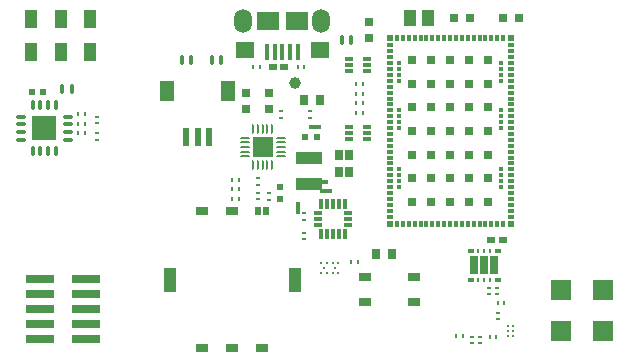
<source format=gtp>
G04*
G04 #@! TF.GenerationSoftware,Altium Limited,Altium Designer,20.0.9 (164)*
G04*
G04 Layer_Color=8421504*
%FSLAX24Y24*%
%MOIN*%
G70*
G01*
G75*
%ADD24O,0.0591X0.0787*%
%ADD25R,0.0293X0.0610*%
%ADD26R,0.0264X0.0610*%
%ADD27R,0.0669X0.0669*%
%ADD28C,0.0098*%
%ADD29R,0.0394X0.0276*%
%ADD30R,0.0394X0.0787*%
%ADD31R,0.0197X0.0276*%
%ADD32R,0.0236X0.0610*%
%ADD33R,0.0472X0.0709*%
%ADD34R,0.0413X0.0256*%
%ADD35R,0.0630X0.0551*%
%ADD36R,0.0748X0.0610*%
%ADD37R,0.0157X0.0531*%
%ADD38R,0.0106X0.0118*%
%ADD39R,0.0118X0.0106*%
%ADD40C,0.0394*%
%ADD41R,0.0866X0.0394*%
%ADD42R,0.0197X0.0118*%
%ADD43R,0.0945X0.0299*%
%ADD44R,0.0203X0.0167*%
%ADD45R,0.0108X0.0167*%
%ADD46O,0.0118X0.0394*%
%ADD47O,0.0394X0.0118*%
%ADD48R,0.0819X0.0819*%
%ADD49R,0.0650X0.0650*%
G04:AMPARAMS|DCode=50|XSize=7.9mil|YSize=33.5mil|CornerRadius=2mil|HoleSize=0mil|Usage=FLASHONLY|Rotation=0.000|XOffset=0mil|YOffset=0mil|HoleType=Round|Shape=RoundedRectangle|*
%AMROUNDEDRECTD50*
21,1,0.0079,0.0295,0,0,0.0*
21,1,0.0039,0.0335,0,0,0.0*
1,1,0.0039,0.0020,-0.0148*
1,1,0.0039,-0.0020,-0.0148*
1,1,0.0039,-0.0020,0.0148*
1,1,0.0039,0.0020,0.0148*
%
%ADD50ROUNDEDRECTD50*%
G04:AMPARAMS|DCode=51|XSize=7.9mil|YSize=33.5mil|CornerRadius=2mil|HoleSize=0mil|Usage=FLASHONLY|Rotation=90.000|XOffset=0mil|YOffset=0mil|HoleType=Round|Shape=RoundedRectangle|*
%AMROUNDEDRECTD51*
21,1,0.0079,0.0295,0,0,90.0*
21,1,0.0039,0.0335,0,0,90.0*
1,1,0.0039,0.0148,0.0020*
1,1,0.0039,0.0148,-0.0020*
1,1,0.0039,-0.0148,-0.0020*
1,1,0.0039,-0.0148,0.0020*
%
%ADD51ROUNDEDRECTD51*%
%ADD52R,0.0300X0.0320*%
%ADD53R,0.0256X0.0335*%
%ADD54R,0.0256X0.0138*%
%ADD55R,0.0118X0.0197*%
%ADD56R,0.0213X0.0118*%
%ADD57R,0.0118X0.0364*%
%ADD58R,0.0315X0.0118*%
%ADD59R,0.0236X0.0197*%
%ADD60R,0.0315X0.0295*%
%ADD61R,0.0197X0.0236*%
%ADD62R,0.0394X0.0630*%
%ADD63R,0.0256X0.0197*%
%ADD64R,0.0295X0.0315*%
%ADD65R,0.0433X0.0551*%
%ADD66R,0.0098X0.0098*%
%ADD67R,0.0315X0.0315*%
%ADD68R,0.0213X0.0213*%
%ADD69R,0.0118X0.0213*%
%ADD70R,0.0118X0.0118*%
D24*
X3150Y11240D02*
D03*
X5748D02*
D03*
D25*
X10829Y3076D02*
D03*
X11515Y3076D02*
D03*
D26*
X11171Y3076D02*
D03*
D27*
X15128Y2264D02*
D03*
X13750D02*
D03*
Y886D02*
D03*
X15128D02*
D03*
D28*
X6319Y2831D02*
D03*
X6122D02*
D03*
X5925D02*
D03*
X5728D02*
D03*
X6220Y3002D02*
D03*
X5827D02*
D03*
X6319Y3173D02*
D03*
X6122D02*
D03*
X5925D02*
D03*
X5728D02*
D03*
D29*
X3776Y317D02*
D03*
X2776D02*
D03*
X1776D02*
D03*
X2776Y4880D02*
D03*
X1776D02*
D03*
D30*
X4862Y2598D02*
D03*
X689D02*
D03*
D31*
X3638Y4880D02*
D03*
X3913D02*
D03*
D32*
X1230Y7362D02*
D03*
X2018D02*
D03*
X1624D02*
D03*
D33*
X2648Y8888D02*
D03*
X600D02*
D03*
D34*
X8848Y1860D02*
D03*
X7215D02*
D03*
X8848Y2707D02*
D03*
X7215D02*
D03*
D35*
X5709Y10275D02*
D03*
X3189D02*
D03*
D36*
X3977Y11240D02*
D03*
X4922D02*
D03*
D37*
X3937Y10187D02*
D03*
X4193D02*
D03*
X4961D02*
D03*
X4705D02*
D03*
X4449D02*
D03*
D38*
X11586Y709D02*
D03*
X11362D02*
D03*
X10232Y728D02*
D03*
X10457D02*
D03*
X11625Y1816D02*
D03*
X11849D02*
D03*
X7128Y9114D02*
D03*
X6903D02*
D03*
X7128Y8166D02*
D03*
X6903D02*
D03*
X7128Y8482D02*
D03*
X6903D02*
D03*
X7128Y8798D02*
D03*
X6903D02*
D03*
X3006Y5285D02*
D03*
X2782D02*
D03*
X3006Y5610D02*
D03*
X2781D02*
D03*
X-2124Y8126D02*
D03*
X-2348D02*
D03*
X-2348Y7806D02*
D03*
Y7491D02*
D03*
X-2124D02*
D03*
X-2124Y7806D02*
D03*
X4957Y9685D02*
D03*
X5181D02*
D03*
X3695D02*
D03*
X3470D02*
D03*
X6752Y3189D02*
D03*
X6976D02*
D03*
X3006Y5926D02*
D03*
X2782D02*
D03*
D39*
X11054Y709D02*
D03*
Y484D02*
D03*
X10758D02*
D03*
Y709D02*
D03*
X11619Y2117D02*
D03*
Y2342D02*
D03*
X11624Y1506D02*
D03*
Y1282D02*
D03*
X11323Y2117D02*
D03*
Y2342D02*
D03*
X5157Y3943D02*
D03*
Y4167D02*
D03*
Y4605D02*
D03*
Y4830D02*
D03*
X5384Y8213D02*
D03*
Y7988D02*
D03*
X3993Y5491D02*
D03*
Y5267D02*
D03*
X3642Y5277D02*
D03*
Y5501D02*
D03*
Y5773D02*
D03*
Y5998D02*
D03*
X-1734Y7817D02*
D03*
X-1734Y8041D02*
D03*
X-1734Y7265D02*
D03*
X-1734Y7490D02*
D03*
X4418Y7989D02*
D03*
Y8213D02*
D03*
D40*
X4882Y9163D02*
D03*
D41*
X5354Y6663D02*
D03*
Y5797D02*
D03*
D42*
X5791Y5551D02*
D03*
X5988D02*
D03*
X5886Y5845D02*
D03*
X5689D02*
D03*
X5640Y7677D02*
D03*
X5443D02*
D03*
D43*
X-2083Y2616D02*
D03*
Y2116D02*
D03*
Y1616D02*
D03*
Y1116D02*
D03*
Y616D02*
D03*
X-3619Y2616D02*
D03*
Y2116D02*
D03*
Y1616D02*
D03*
Y1116D02*
D03*
Y616D02*
D03*
D44*
X10722Y3543D02*
D03*
X11622Y3543D02*
D03*
Y2608D02*
D03*
X10722D02*
D03*
D45*
X10975Y3543D02*
D03*
X11172D02*
D03*
X11369D02*
D03*
Y2608D02*
D03*
X11172D02*
D03*
X10975D02*
D03*
D46*
X-3873Y6876D02*
D03*
X-3617D02*
D03*
X-3361D02*
D03*
X-3105D02*
D03*
X-3105Y8431D02*
D03*
X-3361D02*
D03*
X-3617D02*
D03*
X-3873D02*
D03*
X6742Y10581D02*
D03*
X6427D02*
D03*
X1417Y9925D02*
D03*
X1102D02*
D03*
X2091Y9921D02*
D03*
X2406D02*
D03*
X-2884Y8947D02*
D03*
X-2569D02*
D03*
D47*
X-2711Y7269D02*
D03*
X-2711Y7525D02*
D03*
X-2711Y7781D02*
D03*
X-2711Y8037D02*
D03*
X-4267D02*
D03*
Y7781D02*
D03*
Y7525D02*
D03*
Y7269D02*
D03*
D48*
X-3489Y7653D02*
D03*
D49*
X3796Y7026D02*
D03*
D50*
X3481Y7627D02*
D03*
X3638D02*
D03*
X3796D02*
D03*
X3953D02*
D03*
X4111D02*
D03*
Y6426D02*
D03*
X3953D02*
D03*
X3796D02*
D03*
X3638D02*
D03*
X3481D02*
D03*
D51*
X4396Y7341D02*
D03*
Y7184D02*
D03*
Y7026D02*
D03*
Y6869D02*
D03*
Y6711D02*
D03*
X3196D02*
D03*
Y6869D02*
D03*
Y7026D02*
D03*
Y7184D02*
D03*
Y7341D02*
D03*
D52*
X8110Y3455D02*
D03*
X7560D02*
D03*
X5168Y8593D02*
D03*
X5718D02*
D03*
D53*
X6663Y6191D02*
D03*
Y6762D02*
D03*
X6329Y6762D02*
D03*
X6329Y6191D02*
D03*
D54*
X7271Y7687D02*
D03*
Y7490D02*
D03*
Y7293D02*
D03*
X6681D02*
D03*
Y7490D02*
D03*
Y7687D02*
D03*
X7271Y9948D02*
D03*
Y9751D02*
D03*
Y9554D02*
D03*
X6681D02*
D03*
Y9751D02*
D03*
Y9948D02*
D03*
D55*
X4961Y4882D02*
D03*
Y5079D02*
D03*
D56*
X8024Y6280D02*
D03*
Y5886D02*
D03*
Y5295D02*
D03*
Y5689D02*
D03*
X12055Y10413D02*
D03*
Y10217D02*
D03*
Y10020D02*
D03*
Y9823D02*
D03*
Y9626D02*
D03*
Y9429D02*
D03*
Y9232D02*
D03*
Y9035D02*
D03*
Y8839D02*
D03*
Y8642D02*
D03*
Y8445D02*
D03*
Y8248D02*
D03*
Y8051D02*
D03*
Y7854D02*
D03*
Y7657D02*
D03*
Y7461D02*
D03*
Y7264D02*
D03*
Y7067D02*
D03*
Y6870D02*
D03*
Y6673D02*
D03*
Y6476D02*
D03*
Y6280D02*
D03*
Y6083D02*
D03*
Y5886D02*
D03*
Y5689D02*
D03*
Y5492D02*
D03*
Y5295D02*
D03*
Y5098D02*
D03*
Y4902D02*
D03*
Y4705D02*
D03*
X8024Y4902D02*
D03*
Y5098D02*
D03*
Y5492D02*
D03*
Y6083D02*
D03*
Y6476D02*
D03*
Y6673D02*
D03*
Y6870D02*
D03*
Y7067D02*
D03*
Y7264D02*
D03*
Y7461D02*
D03*
Y7657D02*
D03*
Y7854D02*
D03*
Y8051D02*
D03*
Y8248D02*
D03*
Y8445D02*
D03*
Y8642D02*
D03*
Y8839D02*
D03*
Y9035D02*
D03*
Y9232D02*
D03*
Y9429D02*
D03*
Y9626D02*
D03*
Y9823D02*
D03*
Y10020D02*
D03*
Y10217D02*
D03*
Y10413D02*
D03*
Y4705D02*
D03*
D57*
X5733Y4126D02*
D03*
X5930D02*
D03*
X6127D02*
D03*
X6324D02*
D03*
X6521D02*
D03*
Y5140D02*
D03*
X6324D02*
D03*
X6127D02*
D03*
X5930D02*
D03*
X5733D02*
D03*
D58*
X6629Y4436D02*
D03*
Y4633D02*
D03*
Y4830D02*
D03*
X5625D02*
D03*
Y4633D02*
D03*
Y4436D02*
D03*
D59*
X5217Y7372D02*
D03*
X5610D02*
D03*
X-3514Y8858D02*
D03*
X-3907D02*
D03*
D60*
X3238Y8839D02*
D03*
Y8307D02*
D03*
X4016Y8839D02*
D03*
Y8307D02*
D03*
X7333Y10650D02*
D03*
Y11181D02*
D03*
D61*
X4358Y5294D02*
D03*
Y5688D02*
D03*
D62*
X-3927Y11299D02*
D03*
X-1959D02*
D03*
X-2943D02*
D03*
Y10197D02*
D03*
X-1959D02*
D03*
X-3927D02*
D03*
D63*
X11791Y3917D02*
D03*
X11417D02*
D03*
X4518Y9695D02*
D03*
X4144D02*
D03*
D64*
X12321Y11323D02*
D03*
X11789D02*
D03*
X10167D02*
D03*
X10699D02*
D03*
D65*
X9302D02*
D03*
X8711D02*
D03*
D66*
X12136Y728D02*
D03*
Y886D02*
D03*
Y1043D02*
D03*
X11978D02*
D03*
Y886D02*
D03*
Y728D02*
D03*
D67*
X11299Y9921D02*
D03*
X10669D02*
D03*
X9409D02*
D03*
X10039D02*
D03*
X8780D02*
D03*
Y9134D02*
D03*
X10039D02*
D03*
X9409D02*
D03*
X10669D02*
D03*
X11299D02*
D03*
Y8346D02*
D03*
X10669D02*
D03*
X9409D02*
D03*
X10039D02*
D03*
X8780D02*
D03*
X11299Y6772D02*
D03*
X10669D02*
D03*
X9409D02*
D03*
X10039D02*
D03*
X8780D02*
D03*
X11299Y7559D02*
D03*
X10669D02*
D03*
X9409D02*
D03*
X10039D02*
D03*
X8780D02*
D03*
X11299Y5984D02*
D03*
X10669D02*
D03*
X9409D02*
D03*
X10039D02*
D03*
X8780D02*
D03*
X10669Y5197D02*
D03*
X9409D02*
D03*
X10039D02*
D03*
X8780D02*
D03*
X11299D02*
D03*
D68*
X12055Y10657D02*
D03*
Y4461D02*
D03*
X8024Y10657D02*
D03*
Y4461D02*
D03*
D69*
X11811D02*
D03*
X11614D02*
D03*
X11417D02*
D03*
X11220D02*
D03*
X11024D02*
D03*
X10827D02*
D03*
X10630D02*
D03*
X10433D02*
D03*
X10236D02*
D03*
X10039D02*
D03*
X9843D02*
D03*
X9449D02*
D03*
X9252D02*
D03*
X9055D02*
D03*
X8858D02*
D03*
X8661D02*
D03*
X8465D02*
D03*
X8268D02*
D03*
X8465Y10657D02*
D03*
X8661D02*
D03*
X8858D02*
D03*
X9055D02*
D03*
X9252D02*
D03*
X9449D02*
D03*
X9646D02*
D03*
X9843D02*
D03*
X10039D02*
D03*
X10236D02*
D03*
X10433D02*
D03*
X10630D02*
D03*
X10827D02*
D03*
X11024D02*
D03*
X11220D02*
D03*
X11417D02*
D03*
X11614D02*
D03*
X11811D02*
D03*
X9646Y4461D02*
D03*
X8268Y10657D02*
D03*
D70*
X11752Y9823D02*
D03*
Y9429D02*
D03*
Y9626D02*
D03*
Y9232D02*
D03*
Y7657D02*
D03*
Y8051D02*
D03*
Y7854D02*
D03*
Y8248D02*
D03*
Y6280D02*
D03*
Y5689D02*
D03*
Y6083D02*
D03*
Y5886D02*
D03*
X8327Y9823D02*
D03*
Y9429D02*
D03*
Y9626D02*
D03*
Y9232D02*
D03*
Y7657D02*
D03*
Y8051D02*
D03*
Y7854D02*
D03*
Y8248D02*
D03*
Y6280D02*
D03*
Y5689D02*
D03*
Y6083D02*
D03*
Y5886D02*
D03*
M02*

</source>
